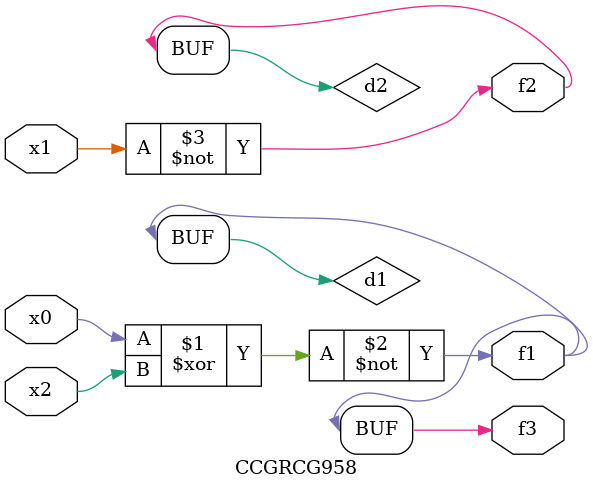
<source format=v>
module CCGRCG958(
	input x0, x1, x2,
	output f1, f2, f3
);

	wire d1, d2, d3;

	xnor (d1, x0, x2);
	nand (d2, x1);
	nor (d3, x1, x2);
	assign f1 = d1;
	assign f2 = d2;
	assign f3 = d1;
endmodule

</source>
